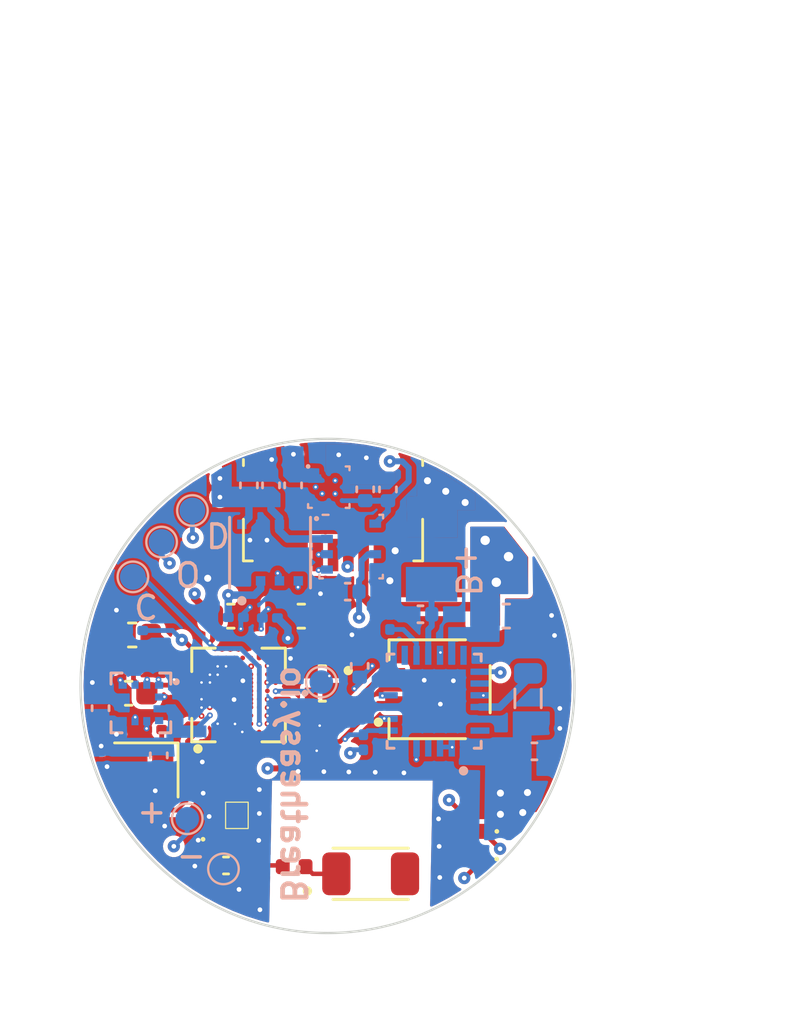
<source format=kicad_pcb>
(kicad_pcb (version 20221018) (generator pcbnew)
  (layers (0 "F.Cu" signal) (1 "In1.Cu" signal) (2 "In2.Cu" mixed) (3 "In3.Cu" signal) (4 "In4.Cu" signal) (31 "B.Cu" signal) (34 "B.Paste" user) (35 "F.Paste" user) (36 "B.SilkS" user "B.Silkscreen") (37 "F.SilkS" user "F.Silkscreen") (38 "B.Mask" user) (39 "F.Mask" user) (44 "Edge.Cuts" user))
  (net 0 "")
  (net 1 "GND")
  (net 2 "/RGB_LED")
  (net 3 "+3V0")
  (net 4 "/SDA")
  (net 5 "/SCL")
  (net 6 "Net-(C1-Pad1)")
  (net 7 "/BLE_ANT")
  (net 8 "VBUS")
  (net 9 "/VBAT")
  (net 10 "Net-(U3A-P0.09{slash}NFC1)")
  (net 11 "Net-(U3A-P0.10{slash}NFC2)")
  (net 12 "/DEC_4{slash}6")
  (net 13 "/DEC1")
  (net 14 "Net-(U3C-XC1)")
  (net 15 "Net-(U3C-XC2)")
  (net 16 "Net-(D2-K)")
  (net 17 "Net-(D3-K)")
  (net 18 "/D-")
  (net 19 "Net-(C6-Pad1)")
  (net 20 "Net-(D1-A2)")
  (net 21 "/ANT")
  (net 22 "/BLE_RF")
  (net 23 "Net-(L5-Pad1)")
  (net 24 "Net-(U3B-DCC)")
  (net 27 "/INT_BMM150")
  (net 28 "/DRDY_BMM150")
  (net 30 "/INT2_BMA400")
  (net 31 "/RESET")
  (net 36 "/SWO")
  (net 37 "/SWDIO")
  (net 42 "/INT1_BMA400")
  (net 45 "/SWDCLK")
  (net 48 "/MISO_BMA400")
  (net 61 "/SCK_BMA400")
  (net 62 "/CSB_BMA400")
  (net 69 "/MOSI_BMA400")
  (net 71 "Net-(U7-SW)")
  (net 72 "/DEC")
  (net 73 "Net-(U7-NTC)")
  (net 78 "/ISET")
  (net 79 "/npm1100_MODE")
  (footprint "LED_SMD:LED_0402_1005Metric" (layer "F.Cu") (at 126.239964 88.7046 180)
    (fp_text reference "D3" hide)
    (fp_text value "LED_Small")
  )
  (footprint "BMA400:SAFFB2G45MA0F0A" (layer "F.Cu") (at 118.826 86.8415 -90)
    (fp_text reference "FL1" hide)
    (fp_text value "SAFFB2G45MA0F0A")
  )
  (footprint "Capacitor_SMD:C_0201_0603Metric" (layer "F.Cu") (at 112.522 86.9442 -90)
    (fp_text reference "C20" hide)
    (fp_text value "8pF")
  )
  (footprint "Capacitor_SMD:C_0603_1608Metric" (layer "F.Cu") (at 111.6838 81.661 180)
    (fp_text reference "C13" hide)
    (fp_text value "1u")
  )
  (footprint "Capacitor_SMD:C_0603_1608Metric" (layer "F.Cu") (at 119.0244 78.3844)
    (fp_text reference "C15" hide)
    (fp_text value "4.7u")
  )
  (footprint "Capacitor_SMD:C_0402_1005Metric" (layer "F.Cu") (at 115.824 88.9786 180)
    (fp_text reference "C6" hide)
    (fp_text value "1p")
  )
  (footprint "BM02B-ACHSS-GAN-TF_LF__SN_:JST_BM02B-ACHSS-GAN-TF(LF)(SN)" (layer "F.Cu") (at 124.903064 81.4902 90)
    (fp_text reference "J1" hide)
    (fp_text value "BM02B-ACHSS-GAN-TF(LF)(SN)")
  )
  (footprint "Capacitor_SMD:C_0201_0603Metric" (layer "F.Cu") (at 118.5418 84.2264)
    (fp_text reference "C9" hide)
    (fp_text value "100n")
  )
  (footprint "Diode_SMD:D_0201_0603Metric" (layer "F.Cu") (at 115.7066 87.865)
    (fp_text reference "D1" hide)
    (fp_text value "BESDL0201-24")
  )
  (footprint "Connector_USB:USB_Micro-B_Molex_47346-0001" (layer "F.Cu") (at 120.3738 74.3266 180)
    (fp_text reference "J3" hide)
    (fp_text value "USB_B_Micro")
  )
  (footprint "Capacitor_SMD:C_0201_0603Metric" (layer "F.Cu") (at 119.761 79.9592)
    (fp_text reference "C3" hide)
    (fp_text value "100n")
  )
  (footprint "Capacitor_SMD:C_0201_0603Metric" (layer "F.Cu") (at 115.9256 85.1154)
    (fp_text reference "C1" hide)
    (fp_text value "1p")
  )
  (footprint "LED_SMD:LED_0402_1005Metric" (layer "F.Cu") (at 126.247464 87.5296 180)
    (fp_text reference "D2" hide)
    (fp_text value "LED_Small")
  )
  (footprint "Inductor_SMD:L_0603_1608Metric" (layer "F.Cu") (at 111.8362 79.1842 180)
    (fp_text reference "L6" hide)
    (fp_text value "10uH")
  )
  (footprint "BMA400:SL680555" (layer "F.Cu") (at 121.986 80.7466 -90)
    (fp_text reference "U1" hide)
    (fp_text value "SL6805")
  )
  (footprint "Capacitor_SMD:C_0201_0603Metric" (layer "F.Cu") (at 118.8466 83.1088 -90)
    (fp_text reference "C12" hide)
    (fp_text value "100n")
  )
  (footprint "2450AT18A100E:ANTC3216X140N" (layer "F.Cu") (at 121.9739 89.3342)
    (fp_text reference "AE1" hide)
    (fp_text value "2450AT18A100E")
  )
  (footprint "Capacitor_SMD:C_0201_0603Metric" (layer "F.Cu") (at 113.5634 81.6356 -90)
    (fp_text reference "C11" hide)
    (fp_text value "47n")
  )
  (footprint "NRF52840-CKAA-R7:BGA94N35P10X10_360X354X51N" (layer "F.Cu") (at 116.3572 81.7344 90)
    (fp_text reference "U3" hide)
    (fp_text value "NRF52840-CKAA-R7")
  )
  (footprint "Inductor_SMD:L_0201_0603Metric" (layer "F.Cu") (at 115.9098 84.3598)
    (fp_text reference "L1" hide)
    (fp_text value "3.9nH")
  )
  (footprint "Capacitor_SMD:C_0201_0603Metric" (layer "F.Cu") (at 112.769964 83.2046 180)
    (fp_text reference "C21" hide)
    (fp_text value "8pF")
  )
  (footprint "Inductor_SMD:L_0201_0603Metric" (layer "F.Cu") (at 115.859 85.833 180)
    (fp_text reference "L2" hide)
    (fp_text value "4.7nH")
  )
  (footprint "Inductor_SMD:L_0402_1005Metric" (layer "F.Cu") (at 117.2464 89.4612 90)
    (fp_text reference "L3" hide)
    (fp_text value "2.7nH")
  )
  (footprint "Crystal:Crystal_SMD_2016-4Pin_2.0x1.6mm" (layer "F.Cu") (at 112.4346 84.921 180)
    (fp_text reference "Y1" hide)
    (fp_text value "X201632MKB4SI")
  )
  (footprint "Inductor_SMD:L_0402_1005Metric" (layer "F.Cu") (at 111.4044 80.4034)
    (fp_text reference "L5" hide)
    (fp_text value "15nH")
  )
  (footprint "Capacitor_SMD:C_0603_1608Metric" (layer "F.Cu") (at 116.0272 78.3844)
    (fp_text reference "C7" hide)
    (fp_text value "1.0uF")
  )
  (footprint "Inductor_SMD:L_0402_1005Metric" (layer "F.Cu") (at 118.7196 89.0294 180)
    (fp_text reference "L4" hide)
    (fp_text value "3.9nH")
  )
  (footprint "BMA400:XDCR_BMA400" (layer "B.Cu") (at 112.2042 82.0714 180)
    (fp_text reference "U4" hide)
    (fp_text value "BMA400")
  )
  (footprint "NPM1100-QDAB-R7:QFN50P400X400X90-25N" (layer "B.Cu") (at 124.6712 81.997 90)
    (fp_text reference "U7" hide)
    (fp_text value "NPM1100-QDAB-R7")
  )
  (footprint "Resistor_SMD:R_0201_0603Metric" (layer "B.Cu") (at 116.241 78.4352)
    (fp_text reference "R1" hide)
    (fp_text value "4.7K")
  )
  (footprint "Capacitor_SMD:C_0402_1005Metric" (layer "B.Cu") (at 121.7422 72.997 90)
    (fp_text reference "C5" hide)
    (fp_text value "100n")
  )
  (footprint "Resistor_SMD:R_0201_0603Metric" (layer "B.Cu") (at 122.789964 78.6296 90)
    (fp_text reference "R4" hide)
    (fp_text value "10k")
  )
  (footprint "brilliant-kicad-library:TestPoint_Pad_D0.9mm" (layer "B.Cu") (at 113.084964 75.2346)
    (fp_text reference "Gnd" hide)
    (fp_text value "Gnd")
  )
  (footprint "Capacitor_SMD:C_0402_1005Metric" (layer "B.Cu") (at 124.089964 78.3046 180)
    (fp_text reference "C25" hide)
    (fp_text value "1uF")
  )
  (footprint "Inductor_SMD:L_0805_2012Metric" (layer "B.Cu") (at 128.664964 81.8796 90)
    (fp_text reference "L7" hide)
    (fp_text value "2.2uH")
  )
  (footprint "Resistor_SMD:R_0201_0603Metric" (layer "B.Cu") (at 121.666 83.7438 -90)
    (fp_text reference "R3" hide)
    (fp_text value "10k")
  )
  (footprint "BME688:IC_BME688" (layer "B.Cu") (at 117.694964 75.6846 -90)
    (fp_text reference "U6" hide)
    (fp_text value "BME688")
  )
  (footprint "Capacitor_SMD:C_0402_1005Metric" (layer "B.Cu") (at 110.49 82.296 90)
    (fp_text reference "C8" hide)
    (fp_text value "100n")
  )
  (footprint "Capacitor_SMD:C_0402_1005Metric" (layer "B.Cu") (at 116.7964 72.8264 90)
    (fp_text reference "C19" hide)
    (fp_text value "100n")
  )
  (footprint "brilliant-kicad-library:TestPoint_Pad_D0.9mm" (layer "B.Cu") (at 119.874964 81.1846)
    (fp_text reference "3V0" hide)
    (fp_text value "3V0")
  )
  (footprint "brilliant-kicad-library:TestPoint_Pad_D0.9mm" (layer "B.Cu") (at 115.714964 89.1246)
    (fp_text reference "Gnd" hide)
    (fp_text value "Gnd")
  )
  (footprint "brilliant-kicad-library:TestPoint_Pad_D0.9mm" (layer "B.Cu") (at 111.864964 76.7146)
    (fp_text reference "Gnd" hide)
    (fp_text value "Gnd")
  )
  (footprint "Capacitor_SMD:C_0402_1005Metric" (layer "B.Cu") (at 121.507364 80.497 90)
    (fp_text reference "C23" hide)
    (fp_text value "22uF")
  )
  (footprint "Package_CSP:WLCSP-12_1.56x1.56mm_P0.4mm" (layer "B.Cu") (at 120.1928 72.9026 -90)
    (fp_text reference "U2" hide)
    (fp_text value "BMM150")
  )
  (footprint "brilliant-kicad-library:TestPoint_Pad_D0.9mm" (layer "B.Cu") (at 114.174964 86.9946)
    (fp_text reference "3V0" hide)
    (fp_text value "3V0")
  )
  (footprint "Capacitor_SMD:C_0402_1005Metric" (layer "B.Cu") (at 117.7362 72.8264 90)
    (fp_text reference "C16" hide)
    (fp_text value "100n")
  )
  (footprint "Capacitor_SMD:C_0402_1005Metric" (layer "B.Cu") (at 128.934964 84.1296)
    (fp_text reference "C26" hide)
    (fp_text value "10uF")
  )
  (footprint "Capacitor_SMD:C_0402_1005Metric" (layer "B.Cu") (at 120.999364 77.343 180)
    (fp_text reference "C18" hide)
    (fp_text value "100n")
  )
  (footprint "Capacitor_SMD:C_0201_0603Metric" (layer "B.Cu") (at 114.681 83.627 -90)
    (fp_text reference "C14" hide)
    (fp_text value "100n")
  )
  (footprint "Package_LGA:Bosch_LGA-8_2.5x2.5mm_P0.65mm_ClockwisePinNumbering" (layer "B.Cu") (at 121.1416 75.4282 -90)
    (fp_text reference "U5" hide)
    (fp_text value "BME280")
  )
  (footprint "Capacitor_SMD:C_0201_0603Metric" (layer "B.Cu") (at 111.9632 78.994 180)
    (fp_text reference "C22" hide)
    (fp_text value "100nF")
  )
  (footprint "Capacitor_SMD:C_0603_1608Metric" (layer "B.Cu") (at 127.739964 78.3796)
    (fp_text reference "C24" hide)
    (fp_text value "2.2uF")
  )
  (footprint "Capacitor_SMD:C_0402_1005Metric" (layer "B.Cu") (at 118.676 72.8264 -90)
    (fp_text reference "C4" hide)
    (fp_text value "100n")
  )
  (footprint "brilliant-kicad-library:TestPoint_Pad_D0.9mm" (layer "B.Cu") (at 114.394964 73.8946)
    (fp_text reference "Gnd" hide)
    (fp_text value "Gnd")
  )
  (footprint "Connector_PinSocket_2.54mm:PinSocket_2x01_P2.54mm_Vertical_SMD" (layer "B.Cu") (at 124.739964 75.5296 -90)
    (fp_text reference "BT1" hide)
    (fp_text value "Battery_Cell")
  )
  (footprint "Capacitor_SMD:C_0402_1005Metric" (layer "B.Cu") (at 122.7074 72.9996 90)
    (fp_text reference "C17" hide)
    (fp_text value "100n")
  )
  (footprint "Capacitor_SMD:C_0402_1005Metric" (layer "B.Cu") (at 112.964964 84.2996 -90)
    (fp_text reference "C10" hide)
    (fp_text value "100n")
  )
  (footprint "Resistor_SMD:R_0201_0603Metric" (layer "B.Cu") (at 117.6888 78.4606 180)
    (fp_text reference "R2" hide)
    (fp_text value "4.7K")
  )
  (gr_circle (center 120.14 81.35) (end 130.64 81.35) (stroke (width 0.1)) (fill none) (layer "Edge.Cuts"))
  (gr_text "D" (at 114.884964 75.5946) (layer "B.SilkS") (effects (font (size 1 1)) (justify left bottom)))
  (gr_text "C" (at 111.824964 78.6246) (layer "B.SilkS") (effects (font (size 1 1)) (justify left bottom)))
  (gr_text "+" (at 113.384964 87.2546) (layer "B.SilkS") (effects (font (size 1 1)) (justify left bottom mirror)))
  (gr_text "O" (at 113.584964 77.2446) (layer "B.SilkS") (effects (font (size 1 1)) (justify left bottom)))
  (gr_text "-" (at 115.064964 89.1246) (layer "B.SilkS") (effects (font (size 1 1)) (justify left bottom mirror)))
  (gr_text "Breatheasy.io" (at 118.094964 90.6946 -90) (layer "B.SilkS") (effects (font (size 1 1) (thickness 0.2) bold) (justify left bottom mirror)))
  (gr_text "B+" (at 125.524964 77.6346 -90) (layer "B.SilkS") (effects (font (size 1 1)) (justify left bottom mirror)))
  (segment (start 116.426964 89.9462) (end 116.376564 89.9966) (width 0.2032) (layer "F.Cu") (net 1))
  (segment (start 116.489964 76.5796) (end 116.8022 76.891836) (width 0.2032) (layer "F.Cu") (net 1))
  (segment (start 118.8238 73.1266) (end 116.9988 73.1266) (width 0.4) (layer "F.Cu") (net 1))
  (segment (start 117.161964 86.849) (end 117.240164 86.7708) (width 0.1524) (layer "F.Cu") (net 1))
  (segment (start 115.044964 76.7746) (end 115.239964 76.5796) (width 0.2032) (layer "F.Cu") (net 1))
  (segment (start 111.7346 84.209964) (end 112.449964 83.4946) (width 0.2032) (layer "F.Cu") (net 1))
  (segment (start 116.600764 85.1154) (end 117.239964 85.7546) (width 0.18923) (layer "F.Cu") (net 1))
  (segment (start 120.396 81.6966) (end 120.562964 81.6966) (width 0.2032) (layer "F.Cu") (net 1))
  (segment (start 110.596364 81.661) (end 110.139964 81.2046) (width 0.2032) (layer "F.Cu") (net 1))
  (segment (start 129.528564 79.7402) (end 129.789964 79.4788) (width 0.4) (layer "F.Cu") (net 1))
  (segment (start 121.5238 73.1266) (end 121.5238 72.438436) (width 0.4) (layer "F.Cu") (net 1))
  (segment (start 123.7488 73.1266) (end 125.117964 73.1266) (width 0.254) (layer "F.Cu") (net 1))
  (segment (start 115.8322 83.011164) (end 115.8322 82.6094) (width 0.1524) (layer "F.Cu") (net 1))
  (segment (start 125.117964 73.1266) (end 125.164964 73.0796) (width 0.254) (layer "F.Cu") (net 1))
  (segment (start 111.7346 84.371) (end 111.173564 84.371) (width 0.2032) (layer "F.Cu") (net 1))
  (segment (start 119.7994 77.470164) (end 119.839964 77.4296) (width 0.2032) (layer "F.Cu") (net 1))
  (segment (start 118.544764 80.1594) (end 118.564964 80.1796) (width 0.1524) (layer "F.Cu") (net 1))
  (segment (start 119.7994 78.3844) (end 119.7994 77.470164) (width 0.2032) (layer "F.Cu") (net 1))
  (segment (start 111.7346 84.371) (end 111.7346 84.209964) (width 0.2032) (layer "F.Cu") (net 1))
  (segment (start 118.8466 84.2112) (end 118.8618 84.2264) (width 0.2032) (layer "F.Cu") (net 1))
  (segment (start 117.386964 75.7016) (end 116.839964 75.1546) (width 0.4) (layer "F.Cu") (net 1))
  (segment (start 117.8863 75.7016) (end 117.386964 75.7016) (width 0.4) (layer "F.Cu") (net 1))
  (segment (start 115.8322 80.8594) (end 115.8322 82.2594) (width 0.1524) (layer "F.Cu") (net 1))
  (segment (start 126.790564 79.7402) (end 129.528564 79.7402) (width 0.4) (layer "F.Cu") (net 1))
  (segment (start 115.239964 76.5796) (end 116.489964 76.5796) (width 0.2032) (layer "F.Cu") (net 1))
  (segment (start 116.8822 80.8594) (end 115.8322 80.8594) (width 0.1524) (layer "F.Cu") (net 1))
  (segment (start 115.3866 87.865) (end 114.679564 87.865) (width 0.18923) (layer "F.Cu") (net 1))
  (segment (start 116.2456 85.1154) (end 116.600764 85.1154) (width 0.18923) (layer "F.Cu") (net 1))
  (segment (start 118.8618 84.2264) (end 118.8618 84.951436) (width 0.2032) (layer "F.Cu") (net 1))
  (segment (start 119.0738 75.7866) (end 117.9713 75.7866) (width 0.4) (layer "F.Cu") (net 1))
  (segment (start 115.155364 86.849) (end 115.106564 86.8978) (width 0.1524) (layer "F.Cu") (net 1))
  (segment (start 116.9988 72.495764) (end 117.764964 71.7296) (width 0.4) (layer "F.Cu") (net 1))
  (segment (start 111.173564 84.371) (end 110.764964 84.7796) (width 0.2032) (layer "F.Cu") (net 1))
  (segment (start 113.5634 81.9556) (end 113.513964 81.9556) (width 0.219413) (layer "F.Cu") (net 1))
  (segment (start 120.793364 79.1762) (end 120.081 79.888564) (width 0.2032) (layer "F.Cu") (net 1))
  (segment (start 126.790564 83.2402) (end 126.790564 79.7402) (width 0.4) (layer "F.Cu") (net 1))
  (segment (start 116.9988 73.1266) (end 116.9988 72.495764) (width 0.4) (layer "F.Cu") (net 1))
  (segment (start 123.7488 73.1266) (end 123.892964 73.1266) (width 0.254) (layer "F.Cu") (net 1))
  (segment (start 121.354964 80.9046) (end 121.354964 79.354) (width 0.2032) (layer "F.Cu") (net 1))
  (segment (start 121.354964 79.354) (end 121.177164 79.1762) (width 0.2032) (layer "F.Cu") (net 1))
  (segment (start 113.174564 87.2642) (end 113.239964 87.3296) (width 0.2032) (layer "F.Cu") (net 1))
  (segment (start 115.4822 83.3094) (end 115.533964 83.3094) (width 0.1524) (layer "F.Cu") (net 1))
  (segment (start 112.522 87.2642) (end 113.174564 87.2642) (width 0.2032) (layer "F.Cu") (net 1))
  (segment (start 115.8322 82.6094) (end 115.8322 82.2594) (width 0.1524) (layer "F.Cu") (net 1))
  (segment (start 123.892964 73.1266) (end 124.389964 72.6296) (width 0.254) (layer "F.Cu") (net 1))
  (segment (start 120.562964 81.6966) (end 121.354964 80.9046) (width 0.2032) (layer "F.Cu") (net 1))
  (segment (start 112.449964 83.0196) (end 112.449964 83.2046) (width 0.219413) (layer "F.Cu") (net 1))
  (segment (start 115.4822 82.2594) (end 115.8322 82.2594) (width 0.1524) (layer "F.Cu") (net 1))
  (segment (start 116.586 86.849) (end 117.161964 86.849) (width 0.18923) (layer "F.Cu") (net 1))
  (segment (start 118.8618 84.951436) (end 118.889964 84.9796) (width 0.2032) (layer "F.Cu") (net 1))
  (segment (start 117.2464 89.9462) (end 116.426964 89.9462) (width 0.2032) (layer "F.Cu") (net 1))
  (segment (start 117.9322 80.1594) (end 118.544764 80.1594) (width 0.1524) (layer "F.Cu") (net 1))
  (segment (start 112.449964 83.4946) (end 112.449964 83.2046) (width 0.2032) (layer "F.Cu") (net 1))
  (segment (start 113.513964 81.9556) (end 112.449964 83.0196) (width 0.219413) (layer "F.Cu") (net 1))
  (segment (start 120.081 79.888564) (end 120.081 79.9592) (width 0.2032) (layer "F.Cu") (net 1))
  (segment (start 115.986 86.849) (end 115.155364 86.849) (width 0.18923) (layer "F.Cu") (net 1))
  (segment (start 113.1346 85.484964) (end 112.814964 85.8046) (width 0.2032) (layer "F.Cu") (net 1))
  (segment (start 110.9088 81.661) (end 110.596364 81.661) (width 0.2032) (layer "F.Cu") (net 1))
  (segment (start 116.8822 82.2594) (end 116.8822 80.8594) (width 0.1524) (layer "F.Cu") (net 1))
  (segment (start 114.679564 87.865) (end 114.639964 87.9046) (width 0.2032) (layer "F.Cu") (net 1))
  (segment (start 121.177164 79.1762) (end 120.793364 79.1762) (width 0.2032) (layer "F.Cu") (net 1))
  (segment (start 118.8466 83.4288) (end 118.8466 84.2112) (width 0.2032) (layer "F.Cu") (net 1))
  (segment (start 129.789964 79.4788) (end 129.789964 79.2046) (width 0.4) (layer "F.Cu") (net 1))
  (segment (start 117.9713 75.7866) (end 117.8863 75.7016) (width 0.4) (layer "F.Cu") (net 1))
  (segment (start 116.586 87.249) (end 116.586 86.849) (width 0.18923) (layer "F.Cu") (net 1))
  (segment (start 121.5238 72.438436) (end 120.614964 71.5296) (width 0.4) (layer "F.Cu") (net 1))
  (segment (start 116.8022 76.891836) (end 116.8022 78.3844) (width 0.2032) (layer "F.Cu") (net 1))
  (segment (start 113.1346 85.471) (end 113.1346 85.484964) (width 0.2032) (layer "F.Cu") (net 1))
  (segment (start 115.8322 82.2594) (end 116.8822 82.2594) (width 0.1524) (layer "F.Cu") (net 1))
  (segment (start 121.5238 73.1266) (end 121.5238 71.920764) (width 0.4) (layer "F.Cu") (net 1))
  (segment (start 121.5238 71.920764) (end 121.789964 71.6546) (width 0.4) (layer "F.Cu") (net 1))
  (segment (start 115.533964 83.3094) (end 115.8322 83.011164) (width 0.1524) (layer "F.Cu") (net 1))
  (via (at 117.564964 75.1546) (size 0.52) (drill 0.2) (layers "F.Cu" "B.Cu") (net 1))
  (via (at 124.860164 86.9994) (size 0.52) (drill 0.2) (layers "F.Cu" "B.Cu") (net 1))
  (via (at 114.639964 87.9046) (size 0.52) (drill 0.2) (layers "F.Cu" "B.Cu") (net 1))
  (via (at 122.167764 85.0182) (size 0.52) (drill 0.2) (layers "F.Cu" "B.Cu") (net 1))
  (via (at 124.936364 82.1226) (size 0.52) (drill 0.2) (layers "F.Cu" "B.Cu") (net 1))
  (via (at 115.044964 76.7746) (size 0.6) (drill 0.3) (layers "F.Cu" "B.Cu") (net 1))
  (via (at 124.885564 88.1678) (size 0.52) (drill 0.2) (layers "F.Cu" "B.Cu") (net 1))
  (via (at 124.389964 72.6296) (size 0.6) (drill 0.3) (layers "F.Cu" "B.Cu") (net 1))
  (via (at 125.989964 73.5546) (size 0.6) (drill 0.3) (layers "F.Cu" "B.Cu") (net 1))
  (via blind (at 115.139964 81.2046) (size 0.25) (drill 0.11) (layers "F.Cu" "In1.Cu") (net 1))
  (via (at 114.496964 89.006) (size 0.52) (drill 0.2) (layers "F.Cu" "B.Cu") (net 1))
  (via (at 118.564964 80.1796) (size 0.52) (drill 0.2) (layers "F.Cu" "B.Cu") (net 1))
  (via (at 130.014964 82.3046) (size 0.52) (drill 0.2) (layers "F.Cu" "B.Cu") (net 1))
  (via (at 110.139964 81.2046) (size 0.52) (drill 0.2) (layers "F.Cu" "B.Cu") (net 1))
  (via (at 123.014964 75.6046) (size 0.6) (drill 0.3) (layers "F.Cu" "B.Cu") (net 1))
  (via (at 117.239964 85.7546) (size 0.52) (drill 0.2) (layers "F.Cu" "B.Cu") (net 1))
  (via (at 129.664964 78.3546) (size 0.52) (drill 0.2) (layers "F.Cu" "B.Cu") (net 1))
  (via (at 124.250564 81.1066) (size 0.52) (drill 0.2) (layers "F.Cu" "B.Cu") (net 1))
  (via (at 130.014964 83.1546) (size 0.52) (drill 0.2) (layers "F.Cu" "B.Cu") (net 1))
  (via (at 114.814964 84.5796) (size 0.52) (drill 0.2) (layers "F.Cu" "B.Cu") (net 1))
  (via (at 121.044964 85.0046) (size 0.52) (drill 0.2) (layers "F.Cu" "B.Cu") (net 1))
  (via (at 121.177164 79.1762) (size 0.52) (drill 0.2) (layers "F.Cu" "B.Cu") (net 1))
  (via (at 122.789964 76.8796) (size 0.6) (drill 0.3) (layers "F.Cu" "B.Cu") (net 1))
  (via (at 116.539964 81.1296) (size 0.52) (drill 0.2) (layers "F.Cu" "B.Cu") (net 1))
  (via (at 121.789964 71.6546) (size 0.52) (drill 0.2) (layers "F.Cu" "B.Cu") (net 1))
  (via (at 116.839964 75.1546) (size 0.52) (drill 0.2) (layers "F.Cu" "B.Cu") (net 1))
  (via (at 119.839964 77.4296) (size 0.52) (drill 0.2) (layers "F.Cu" "B.Cu") (net 1))
  (via (at 117.214764 87.9138) (size 0.52) (drill 0.2) (layers "F.Cu" "B.Cu") (net 1))
  (via (at 124.910964 89.4886) (size 0.52) (drill 0.2) (layers "F.Cu" "B.Cu") (net 1))
  (via (at 125.489964 81.1296) (size 0.52) (drill 0.2) (layers "F.Cu" "B.Cu") (net 1))
  (via (at 125.164964 73.0796) (size 0.6) (drill 0.3) (layers "F.Cu" "B.Cu") (net 1))
  (via (at 111.164964 78.1296) (size 0.52) (drill 0.2) (layers "F.Cu" "B.Cu") (net 1))
  (via (at 115.106564 86.8978) (size 0.52) (drill 0.2) (layers "F.Cu" "B.Cu") (net 1))
  (via (at 110.764964 84.7796) (size 0.52) (drill 0.2) (layers "F.Cu" "B.Cu") (net 1))
  (via (at 114.852564 85.9072) (size 0.52) (drill 0.2) (layers "F.Cu" "B.Cu") (net 1))
  (via (at 112.814964 85.8046) (size 0.52) (drill 0.2) (layers "F.Cu" "B.Cu") (net 1))
  (via (at 116.164964 81.9296) (size 0.52) (drill 0.2) (layers "F.Cu" "B.Cu") (net 1))
  (via (at 117.240164 86.7708) (size 0.52) (drill 0.2) (layers "F.Cu" "B.Cu") (net 1))
  (via (at 113.214964 87.3046) (size 0.52) (drill 0.2) (layers "F.Cu" "B.Cu") (net 1))
  (via (at 116.376564 89.9966) (size 0.52) (drill 0.2) (layers "F.Cu" "B.Cu") (net 1))
  (via (at 119.983364 84.9928) (size 0.52) (drill 0.2) (layers "F.Cu" "B.Cu") (net 1))
  (via (at 120.614964 71.5296) (size 0.52) (drill 0.2) (layers "F.Cu" "B.Cu") (net 1))
  (via (at 118.889964 84.9796) (size 0.52) (drill 0.2) (layers "F.Cu" "B.Cu") (net 1))
  (via blind (at 117.595764 80.497) (size 0.25) (drill 0.11) (layers "F.Cu" "In1.Cu") (net 1))
  (via (at 117.764964 71.7296) (size 0.52) (drill 0.2) (layers "F.Cu" "B.Cu") (net 1))
  (via (at 117.265564 90.8602) (size 0.52) (drill 0.2) (layers "F.Cu" "B.Cu") (net 1))
  (via (at 123.386964 85.0436) (size 0.52) (drill 0.2) (layers "F.Cu" "B.Cu") (net 1))
  (via (at 129.789964 79.2046) (size 0.52) (drill 0.2) (layers "F.Cu" "B.Cu") (net 1))
  (segment (start 129.664964 78.3546) (end 128.539964 78.3546) (width 0.4) (layer "B.Cu") (net 1))
  (segment (start 123.609964 78.3046) (end 122.794964 78.3046) (width 0.254) (layer "B.Cu") (net 1))
  (segment (start 112.964964 85.6546) (end 112.814964 85.8046) (width 0.2032) (layer "B.Cu") (net 1))
  (segment (start 123.437764 83.963564) (end 123.4212 83.947) (width 0.2032) (layer "B.Cu") (net 1))
  (segment (start 123.4212 83.947) (end 123.4212 83.247) (width 0.2032) (layer "B.Cu") (net 1))
  (segment (start 123.386964 83.981236) (end 123.386964 85.0436) (width 0.2032) (layer "B.Cu") (net 1))
  (segment (start 123.4212 80.747) (end 124.6712 81.997) (width 0.2032) (layer "B.Cu") (net 1))
  (segment (start 122.1666 75.1032) (end 122.869964 75.1032) (width 0.2032) (layer "B.Cu") (net 1))
  (segment (start 124.4212 82.247) (end 124.6712 81.997) (width 0.2032) (layer "B.Cu") (net 1))
  (segment (start 118.676 73.2862) (end 117.7362 72.3464) (width 0.2032) (layer "B.Cu") (net 1))
  (segment (start 123.9212 81.247) (end 124.6712 81.997) (width 0.2032) (layer "B.Cu") (net 1))
  (segment (start 110.4954 81.8214) (end 110.49 81.816) (width 0.2032) (layer "B.Cu") (net 1))
  (segment (start 114.681 84.445636) (end 114.814964 84.5796) (width 0.2032) (layer "B.Cu") (net 1))
  (segment (start 128.539964 78.3546) (end 128.514964 78.3796) (width 0.4) (layer "B.Cu") (net 1))
  (segment (start 122.869964 75.1032) (end 123.014964 75.2482) (width 0.2032) (layer "B.Cu") (net 1))
  (segment (start 118.8382 73.4686) (end 118.676 73.3064) (width 0.2032) (layer "B.Cu") (net 1))
  (segment (start 111.4292 81.8214) (end 110.4954 81.8214) (width 0.2032) (layer "B.Cu") (net 1))
  (segment (start 122.7212 81.247) (end 123.9212 81.247) (width 0.2032) (layer "B.Cu") (net 1))
  (segment (start 115.596364 89.006) (end 115.714964 89.1246) (width 0.2032) (layer "B.Cu") (net 1))
  (segment (start 130.014964 83.5296) (end 130.014964 83.1546) (width 0.4) (layer "B.Cu") (net 1))
  (segment (start 122.794964 78.3046) (end 122.789964 78.3096) (width 0.254) (layer "B.Cu") (net 1))
  (segment (start 121.507364 79.5064) (end 121.177164 79.1762) (width 0.2032) (layer "B.Cu") (net 1))
  (segment (start 114.496964 89.006) (end 115.596364 89.006) (width 0.2032) (layer "B.Cu") (net 1))
  (segment (start 121.507364 80.017) (end 121.507364 79.5064) (width 0.2032) (layer "B.Cu") (net 1))
  (segment (start 110.251364 81.816) (end 110.139964 81.7046) (width 0.2032) (layer "B.Cu") (net 1))
  (segment (start 120.519364 77.343) (end 119.926564 77.343) (width 0.2032) (layer "B.Cu") (net 1))
  (segment (start 116.384964 76.7746) (end 116.494964 76.8846) (width 0.2032) (layer "B.Cu") (net 1))
  (segment (start 123.4212 83.247) (end 124.6712 81.997) (width 0.2032) (layer "B.Cu") (net 1))
  (segment (start 122.313564 76.4032) (end 122.1666 76.4032) (width 0.254) (layer "B.Cu") (net 1))
  (segment (start 119.857164 74.4846) (end 118.894964 74.4846) (width 0.2032) (layer "B.Cu") (net 1))
  (segment (start 126.6212 82.747) (end 125.4212 82.747) (width 0.2032) (layer "B.Cu") (net 1))
  (segment (start 117.294964 74.8846) (end 117.564964 75.1546) (width 0.2032) (layer "B.Cu") (net 1))
  (segment (start 119.926564 77.343) (end 119.839964 77.4296) (width 0.2032) (layer "B.Cu") (net 1))
  (segment (start 122.7212 80.747) (end 123.4212 80.747) (width 0.2032) (layer "B.Cu") (net 1))
  (segment (start 111.379364 78.994) (end 111.164964 78.7796) (width 0.2032) (layer "B.Cu") (net 1))
  (segment (start 111.4292 82.3214) (end 111.4292 81.8214) (width 0.2032) (layer "B.Cu") (net 1))
  (segment (start 111.164964 78.7796) (end 111.164964 78.1296) (width 0.2032) (layer "B.Cu") (net 1))
  (segment (start 122.7212 82.247) (end 124.4212 82.247) (width 0.2032) (layer "B.Cu") (net 1))
  (segment (start 118.894964 73.525364) (end 118.676 73.3064) (width 0.2032) (layer "B.Cu") (net 1))
  (segment (start 129.789964 78.4796) (end 129.664964 78.3546) (width 0.4) (layer "B.Cu") (net 1))
  (segment (start 117.294964 74.4846) (end 117.294964 74.8846) (width 0.2032) (layer "B.Cu") (net 1))
  (segment (start 120.1928 74.377) (end 120.1166 74.4532) (width 0.2032) (layer "B.Cu") (net 1))
  (segment (start 119.888564 74.4532) (end 119.857164 74.4846) (width 0.2032) (layer "B.Cu") (net 1))
  (segment (start 130.014964 82.3046) (end 130.014964 83.1546) (width 0.4) (layer "B.Cu") (net 1))
  (segment (start 119.6268 73.4686) (end 118.8382 73.4686) (width 0.2032) (layer "B.Cu") (net 1))
  (segment (start 117.7362 72.3464) (end 117.7362 71.758364) (width 0.2032) (layer "B.Cu") (net 1))
  (segment (start 129.414964 84.1296) (end 130.014964 83.5296) (width 0.4) (layer "B.Cu") (net 1))
  (segment (start 115.044964 76.7746) (end 116.384964 76.7746) (width 0.2032) (layer "B.Cu") (net 1))
  (segment (start 118.676 73.3064) (end 118.676 73.2862) (width 0.2032) (layer "B.Cu") (net 1))
  (segment (start 110.139964 81.7046) (end 110.139964 81.2046) (width 0.2032) (layer "B.Cu") (net 1))
  (segment (start 122.789964 76.8796) (end 122.789964 78.3096) (width 0.254) (layer "B.Cu") (net 1))
  (segment (start 122.789964 76.8796) (end 122.313564 76.4032) (width 0.254) (layer "B.Cu") (net 1))
  (segment (start 129.789964 79.2046) (end 129.789964 78.4796) (width 0.4) (layer "B.Cu") (net 1))
  (segment (start 125.4212 82.747) (end 124.6712 81.997) (width 0.2032) (layer "B.Cu") (net 1))
  (segment (start 117.7362 71.758364) (end 117.764964 71.7296) (width 0.2032) (layer "B.Cu") (net 1))
  (segment (start 123.4212 83.947) (end 123.386964 83.981236) (width 0.2032) (layer "B.Cu") (net 1))
  (segment (start 123.014964 75.2482) (end 123.014964 75.6046) (width 0.2032) (layer "B.Cu") (net 1))
  (segment (start 118.894964 74.4846) (end 118.894964 73.525364) (width 0.2032) (layer "B.Cu") (net 1))
  (segment (start 116.7964 72.3464) (end 117.7362 72.3464) (width 0.2032) (layer "B.Cu") (net 1))
  (segment (start 110.49 81.816) (end 110.251364 81.816) (width 0.2032) (layer "B.Cu") (net 1))
  (segment (start 114.681 83.947) (end 114.681 84.445636) (width 0.2032) (layer "B.Cu") (net 1))
  (segment (start 120.1928 73.4686) (end 120.1928 74.377) (width 0.2032) (layer "B.Cu") (net 1))
  (segment (start 120.1166 74.4532) (end 119.888564 74.4532) (width 0.2032) (layer "B.Cu") (net 1))
  (segment (start 116.839964 75.1546) (end 117.564964 75.1546) (width 0.2032) (layer "B.Cu") (net 1))
  (segment (start 112.964964 84.7796) (end 112.964964 85.6546) (width 0.2032) (layer "B.Cu") (net 1))
  (segment (start 111.6432 78.994) (end 111.379364 78.994) (width 0.2032) (layer "B.Cu") (net 1))
  (via blind (at 117.5766 81.2038) (size 0.25) (drill 0.11) (layers "F.Cu" "In1.Cu") (net 2))
  (via blind (at 120.2182 80.9244) (size 0.25) (drill 0.11) (layers "F.Cu" "In1.Cu") (net 2))
  (segment (start 115.1382 79.502) (end 115.2522 79.388) (width 0.2032) (layer "F.Cu") (net 3))
  (segment (start 118.0084 79.4512) (end 118.0084 78.6254) (width 0.2032) (layer "F.Cu") (net 3))
  (segment (start 118.161564 83.3094) (end 118.682164 82.7888) (width 0.2032) (layer "F.Cu") (net 3))
  (segment (start 118.4854 81.9094) (end 118.872 82.296) (width 0.2032) (layer "F.Cu") (net 3))
  (segment (start 119.441 79.9592) (end 119.441 80.7416) (width 0.2032) (layer "F.Cu") (net 3))
  (segment (start 117.2322 80.1594) (end 117.2322 79.6686) (width 0.2032) (layer "F.Cu") (net 3))
  (segment (start 117.9322 83.596836) (end 118.2218 83.886436) (width 0.2032) (layer "F.Cu") (net 3))
  (segment (start 118.0084 78.6254) (end 118.2494 78.3844) (width 0.2032) (layer "F.Cu") (net 3))
  (segment (start 117.2322 79.6686) (end 117.4496 79.4512) (width 0.2032) (layer "F.Cu") (net 3))
  (segment (start 118.064964 84.8546) (end 118.2218 84.697764) (width 0.254) (layer "F.Cu") (net 3))
  (segment (start 115.2522 79.388) (end 115.2522 78.3844) (width 0.2032) (layer "F.Cu") (net 3))
  (segment (start 114.489964 77.622164) (end 115.2522 78.3844) (width 0.32) (layer "F.Cu") (net 3))
  (segment (start 114.489964 77.4296) (end 114.489964 77.622164) (width 0.32) (layer "F.Cu") (net 3))
  (segment (start 118.682164 82.7888) (end 118.8466 82.7888) (width 0.2032) (layer "F.Cu") (net 3))
  (segment (start 119.441 80.7416) (end 119.446 80.7466) (width 0.2032) (layer "F.Cu") (net 3))
  (segment (start 118.2218 83.886436) (end 118.2218 84.2264) (width 0.2032) (layer "F.Cu") (net 3))
  (segment (start 117.5822 80.1594) (end 117.5822 79.7504) (width 0.2032) (layer "F.Cu") (net 3))
  (segment (start 117.9322 83.3094) (end 117.9322 83.596836) (width 0.2032) (layer "F.Cu") (net 3))
  (segment (start 117.9322 81.9094) (end 118.4854 81.9094) (width 0.2032) (layer "F.Cu") (net 3))
  (segment (start 117.8814 79.4512) (end 118.0084 79.4512) (width 0.2032) (layer "F.Cu") (net 3))
  (segment (start 117.589964 84.8546) (end 118.064964 84.8546) (width 0.254) (layer "F.Cu") (net 3))
  (segment (start 117.5822 79.7504) (end 117.8814 79.4512) (width 0.2032) (layer "F.Cu") (net 3))
  (segment (start 118.2218 84.697764) (end 118.2218 84.2264) (width 0.254) (layer "F.Cu") (net 3))
  (segment (start 117.9322 83.3094) (end 118.161564 83.3094) (width 0.2032) (layer "F.Cu") (net 3))
  (segment (start 117.4496 79.4512) (end 118.0084 79.4512) (width 0.2032) (layer "F.Cu") (net 3))
  (segment (start 118.872 82.296) (end 118.872 82.8142) (width 0.2032) (layer "F.Cu") (net 3))
  (via (at 128.639964 85.8796) (size 0.6) (drill 0.3) (layers "F.Cu" "B.Cu") (net 3))
  (via (at 118.689964 71.5046) (size 0.52) (drill 0.2) (layers "F.Cu" "B.Cu") (net 3))
  (via (at 127.489964 85.9046) (size 0.6) (drill 0.3) (layers "F.Cu" "B.Cu") (net 3))
  (via (at 115.564964 73.3296) (size 0.52) (drill 0.2) (layers "F.Cu" "B.Cu") (net 3))
  (via (at 122.789964 71.8046) (size 0.52) (drill 0.2) (layers "F.Cu" "B.Cu") (net 3))
  (via (at 111.164964 83.4046) (size 0.52) (drill 0.2) (layers "F.Cu" "B.Cu") (net 3))
  (via (at 128.439964 86.7296) (size 0.6) (drill 0.3) (layers "F.Cu" "B.Cu") (net 3))
  (via blind (at 115.1382 79.5296) (size 0.25) (drill 0.11) (layers "F.Cu" "In1.Cu") (net 3))
  (via (at 115.564964 72.5296) (size 0.52) (drill 0.2) (layers "F.Cu" "B.Cu") (net 3))
  (via blind (at 115.1382 80.8736) (size 0.25) (drill 0.11) (layers "F.Cu" "In1.Cu") (net 3))
  (via (at 127.489964 86.8046) (size 0.6) (drill 0.3) (layers "F.Cu" "B.Cu") (net 3))
  (via (at 115.921 77.490636) (size 0.52) (drill 0.2) (layers "F.Cu" "B.Cu") (net 3))
  (via (at 121.104964 84.2046) (size 0.52) (drill 0.2) (layers "F.Cu" "B.Cu") (net 3))
  (via (at 113.604964 88.1646) (size 0.52) (drill 0.2) (layers "F.Cu" "B.Cu") (net 3))
  (via blind (at 115.1382 82.6008) (size 0.25) (drill 0.11) (layers "F.Cu" "In1.Cu") (net 3))
  (via (at 110.514964 83.9046) (size 0.52) (drill 0.2) (layers "F.Cu" "B.Cu") (net 3))
  (via (at 118.454964 79.3246) (size 0.52) (drill 0.2) (layers "F.Cu" "B.Cu") (net 3))
  (via (at 117.589964 84.8546) (size 0.52) (drill 0.2) (layers "F.Cu" "B.Cu") (net 3))
  (via (at 114.489964 77.4296) (size 0.52) (drill 0.2) (layers "F.Cu" "B.Cu") (net 3))
  (via (at 121.479364 78.4396) (size 0.52) (drill 0.2) (layers "F.Cu" "B.Cu") (net 3))
  (via blind (at 115.1382 82.6008) (size 0.25) (drill 0.11) (layers "In4.Cu" "B.Cu") (net 3))
  (segment (start 121.479364 77.343) (end 121.479364 76.864836) (width 0.254) (layer "B.Cu") (net 3))
  (segment (start 113.604964 88.1646) (end 114.174964 87.5946) (width 0.2032) (layer "B.Cu") (net 3))
  (segment (start 119.6268 72.3366) (end 119.617 72.3464) (width 0.2032) (layer "B.Cu") (net 3))
  (segment (start 119.089964 72.3464) (end 118.676 72.3464) (width 0.2032) (layer "B.Cu") (net 3))
  (segment (start 113.709564 83.3164) (end 113.709564 82.6052) (width 0.2032) (layer "B.Cu") (net 3))
  (segment (start 122.7074 73.4796) (end 122.7074 73.9124) (width 0.254) (layer "B.Cu") (net 3))
  (segment (start 115.921 77.490636) (end 115.921 78.4352) (width 0.32) (layer "B.Cu") (net 3))
  (segment (start 119.617 72.3464) (end 118.676 72.3464) (width 0.2032) (layer "B.Cu") (net 3))
  (segment (start 122.7074 73.9124) (end 122.1666 74.4532) (width 0.254) (layer "B.Cu") (net 3))
  (segment (start 122.7074 73.4796) (end 122.764964 73.4796) (width 0.254) (layer "B.Cu") (net 3))
  (segment (start 118.454964 79.3246) (end 118.454964 78.906764) (width 0.32) (layer "B.Cu") (net 3))
  (segment (start 121.5896 76.026564) (end 121.5896 76.7546) (width 0.254) (layer "B.Cu") (net 3))
  (segment (start 118.454964 78.906764) (end 118.0088 78.4606) (width 0.32) (layer "B.Cu") (net 3))
  (segment (start 122.1666 75.7532) (end 121.862964 75.7532) (width 0.254) (layer "B.Cu") (net 3))
  (segment (start 113.0528 83.7946) (end 113.231364 83.7946) (width 0.2032) (layer "B.Cu") (net 3))
  (segment (start 116.7964 73.3064) (end 116.7964 74.183164) (width 0.32) (layer "B.Cu") (net 3))
  (segment (start 111.4292 82.8214) (end 110.5354 82.8214) (width 0.2032) (layer "B.Cu") (net 3))
  (segment (start 128.454964 83.4146) (end 128.454964 84.1296) (width 0.2032) (layer "B.Cu") (net 3))
  (segment (start 115.1382 82.6008) (end 114.681 83.058) (width 0.2032) (layer "B.Cu") (net 3))
  (segment (start 117.7362 73.845836) (end 117.7362 73.3064) (width 0.32) (layer "B.Cu") (net 3))
  (segment (start 121.7422 73.477) (end 120.7672 73.477) (width 0.2032) (layer "B.Cu") (net 3))
  (segment (start 121.245764 84.0638) (end 121.666 84.0638) (width 0.2032) (layer "B.Cu") (net 3))
  (segment (start 113.709564 82.6052) (end 113.480964 82.3766) (width 0.2032) (layer "B.Cu") (net 3))
  (segment (start 123.314964 71.8046) (end 122.789964 71.8046) (width 0.254) (layer "B.Cu") (net 3))
  (segment (start 123.589964 72.6546) (end 123.589964 72.0796) (width 0.254) (layer "B.Cu") (net 3))
  (segment (start 114.681 83.058) (end 114.681 83.307) (width 0.2032) (layer "B.Cu") (net 3))
  (segment (start 118.104964 74.2146) (end 117.7362 73.845836) (width 0.32) (layer "B.Cu") (net 3))
  (segment (start 128.952464 82.9171) (end 128.454964 83.4146) (width 0.2032) (layer "B.Cu") (net 3))
  (segment (start 114.174964 87.5946) (end 114.174964 86.9946) (width 0.2032) (layer "B.Cu") (net 3))
  (segment (start 121.862964 75.7532) (end 121.5896 76.026564) (width 0.254) (layer "B.Cu") (net 3))
  (segment (start 113.231364 83.7946) (end 113.709564 83.3164) (width 0.2032) (layer "B.Cu") (net 3))
  (segment (start 118.438564 75.1032) (end 118.064964 74.7296) (width 0.32) (layer "B.Cu") (net 3))
  (segment (start 129.114964 82.9171) (end 128.952464 82.9171) (width 0.2032) (layer "B.Cu") (net 3))
  (segment (start 122.7074 73.4796) (end 121.7448 73.4796) (width 0.254) (layer "B.Cu") (net 3))
  (segment (start 120.7672 73.477) (end 120.7588 73.4686) (width 0.2032) (layer "B.Cu") (net 3))
  (segment (start 118.064964 74.4546) (end 118.104964 74.4146) (width 0.32) (layer "B.Cu") (net 3))
  (segment (start 115.921 77.490636) (end 117.028928 77.490636) (width 0.32) (layer "B.Cu") (net 3))
  (segment (start 119.363164 72.6196) (end 119.089964 72.3464) (width 0.2032) (layer "B.Cu") (net 3))
  (segment (start 121.479364 76.864836) (end 121.5896 76.7546) (width 0.254) (layer "B.Cu") (net 3))
  (segment (start 110.5354 82.8214) (end 110.49 82.776) (width 0.2032) (layer "B.Cu") (net 3))
  (segment (start 121.104964 84.2046) (end 121.245764 84.0638) (width 0.2032) (layer "B.Cu") (net 3))
  (segment (start 121.479364 78.4396) (end 121.479364 77.343) (width 0.254) (layer "B.Cu") (net 3))
  (segment (start 117.028928 77.490636) (end 117.294964 77.2246) (width 0.32) (layer "B.Cu") (net 3))
  (segment (start 119.9098 72.6196) (end 119.363164 72.6196) (width 0.2032) (layer "B.Cu") (net 3))
  (segment (start 113.0344 82.3766) (end 112.9792 82.3214) (width 0.2032) (layer "B.Cu") (net 3))
  (segment (start 118.064964 74.7296) (end 118.064964 74.4546) (width 0.32) (layer "B.Cu") (net 3))
  (segment (start 123.589964 72.0796) (end 123.314964 71.8046) (width 0.254) (layer "B.Cu") (net 3))
  (segment (start 128.272364 83.947) (end 125.9212 83.947) (width 0.2032) (layer "B.Cu") (net 3))
  (segment (start 128.454964 84.1296) (end 128.272364 83.947) (width 0.2032) (layer "B.Cu") (net 3))
  (segment (start 113.480964 82.3766) (end 113.0344 82.3766) (width 0.2032) (layer "B.Cu") (net 3))
  (segment (start 120.1166 75.1032) (end 118.438564 75.1032) (width 0.32) (layer "B.Cu") (net 3))
  (segment (start 116.7964 74.183164) (end 116.494964 74.4846) (width 0.32) (layer "B.Cu") (net 3))
  (segment (start 122.764964 73.4796) (end 123.589964 72.6546) (width 0.254) (layer "B.Cu") (net 3))
  (segment (start 118.104964 74.4146) (end 118.104964 74.2146) (width 0.32) (layer "B.Cu") (net 3))
  (segment (start 117.294964 77.2246) (end 117.294964 76.8846) (width 0.32) (layer "B.Cu") (net 3))
  (segment (start 121.7448 73.4796) (end 121.7422 73.477) (width 0.254) (layer "B.Cu") (net 3))
  (via blind (at 115.4684 80.518) (size 0.25) (drill 0.11) (layers "F.Cu" "In1.Cu") (net 4))
  (via blind (at 118.019964 76.5596) (size 0.25) (drill 0.11) (layers "In4.Cu" "B.Cu") (net 4))
  (via blind (at 119.761 75.7682) (size 0.25) (drill 0.11) (layers "In4.Cu" "B.Cu") (net 4))
  (via blind (at 116.452764 78.9222) (size 0.25) (drill 0.1) (layers "In4.Cu" "B.Cu") (net 4))
  (via blind (at 116.833764 78.0078) (size 0.25) (drill 0.1) (layers "In4.Cu" "B.Cu") (net 4))
  (via blind (at 119.9134 73.1774) (size 0.25) (drill 0.11) (layers "In4.Cu" "B.Cu") (net 4))
  (segment (start 116.452764 78.543436) (end 116.561 78.4352) (width 0.2032) (layer "B.Cu") (net 4))
  (segment (start 116.561 78.280564) (end 116.833764 78.0078) (width 0.2032) (layer "B.Cu") (net 4))
  (segment (start 116.452764 78.9222) (end 116.452764 78.543436) (width 0.2032) (layer "B.Cu") (net 4))
  (segment (start 118.019964 76.5596) (end 118.094964 76.6346) (width 0.2032) (layer "B.Cu") (net 4))
  (segment (start 118.094964 76.6346) (end 118.094964 76.8846) (width 0.2032) (layer "B.Cu") (net 4))
  (segment (start 119.776 75.7532) (end 119.761 75.7682) (width 0.2032) (layer "B.Cu") (net 4))
  (segment (start 120.1166 75.7532) (end 119.776 75.7532) (width 0.2032) (layer "B.Cu") (net 4))
  (segment (start 116.561 78.4352) (end 116.561 78.280564) (width 0.2032) (layer "B.Cu") (net 4))
  (via blind (at 115.824 80.518) (size 0.25) (drill 0.11) (layers "F.Cu" "In1.Cu") (net 5))
  (via blind (at 119.634 72.898) (size 0.25) (drill 0.11) (layers "In4.Cu" "B.Cu") (net 5))
  (via blind (at 117.621164 78.084) (size 0.25) (drill 0.1) (layers "In4.Cu" "B.Cu") (net 5))
  (via blind (at 118.883782 77.153418) (size 0.25) (drill 0.11) (layers "In4.Cu" "B.Cu") (net 5))
  (via blind (at 119.761 76.4286) (size 0.25) (drill 0.11) (layers "In4.Cu" "B.Cu") (net 5))
  (via blind (at 117.316364 78.9222) (size 0.25) (drill 0.1) (layers "In4.Cu" "B.Cu") (net 5))
  (segment (start 118.894964 76.8846) (end 118.883782 76.895782) (width 0.2032) (layer "B.Cu") (net 5))
  (segment (start 117.3688 78.4606) (end 117.3688 78.302652) (width 0.2032) (layer "B.Cu") (net 5))
  (segment (start 117.316364 78.513036) (end 117.3688 78.4606) (width 0.2032) (layer "B.Cu") (net 5))
  (segment (start 120.1166 76.4032) (end 119.7864 76.4032) (width 0.2032) (layer "B.Cu") (net 5))
  (segment (start 119.7864 76.4032) (end 119.761 76.4286) (width 0.2032) (layer "B.Cu") (net 5))
  (segment (start 118.883782 76.895782) (end 118.883782 77.153418) (width 0.2032) (layer "B.Cu") (net 5))
  (segment (start 117.316364 78.9222) (end 117.316364 78.513036) (width 0.2032) (layer "B.Cu") (net 5))
  (segment (start 117.3688 78.302652) (end 117.612452 78.059) (width 0.2032) (layer "B.Cu") (net 5))
  (segment (start 115.6056 85.1154) (end 115.6056 85.7664) (width 0.18923) (layer "F.Cu") (net 6))
  (segment (start 115.5898 84.3598) (end 115.5898 85.0996) (width 0.18923) (layer "F.Cu") (net 6))
  (segment (start 115.5898 85.0996) (end 115.6056 85.1154) (width 0.2032) (layer "F.Cu") (net 6))
  (segment (start 115.6056 85.7664) (end 115.539 85.833) (width 0.2032) (layer "F.Cu") (net 6))
  (segment (start 119.5094 89.3342) (end 120.5139 89.3342) (width 0.18923) (layer "F.Cu") (net 7))
  (segment (start 119.2046 89.0294) (end 119.5094 89.3342) (width 0.18923) (layer "F.Cu") (net 7))
  (segment (start 121.6738 75.7866) (end 121.6738 77.564636) (width 0.4) (layer "F.Cu") (net 8))
  (segment (start 122.091564 77.9824) (end 126.739764 77.9824) (width 0.4) (layer "F.Cu") (net 8))
  (segment (start 121.6738 77.564636) (end 122.091564 77.9824) (width 0.4) (layer "F.Cu") (net 8))
  (via (at 126.841364 75.163) (size 0.8) (drill 0.4) (layers "F.Cu" "B.Cu") (net 8))
  (via (at 127.314964 76.9446) (size 0.8) (drill 0.4) (layers "F.Cu" "B.Cu") (net 8))
  (via (at 127.834964 75.8546) (size 0.8) (drill 0.4) (layers "F.Cu" "B.Cu") (net 8))
  (segment (start 124.569964 78.806) (end 124.569964 78.3046) (width 0.254) (layer "B.Cu") (net 9))
  (segment (start 124.4212 80.047) (end 124.4212 78.954764) (width 0.254) (layer "B.Cu") (net 9))
  (segment (start 124.4212 78.954764) (end 124.569964 78.806) (width 0.254) (layer "B.Cu") (net 9))
  (segment (start 124.562164 77.0282) (end 124.562164 78.2968) (width 0.254) (layer "B.Cu") (net 9))
  (segment (start 124.562164 78.2968) (end 124.569964 78.3046) (width 0.254) (layer "B.Cu") (net 9))
  (segment (start 124.594964 78.2796) (end 124.4212 78.453364) (width 0.2032) (layer "B.Cu") (net 9))
  (segment (start 124.594964 78.2796) (end 124.412164 78.0968) (width 0.2032) (layer "B.Cu") (net 9))
  (segment (start 119.678564 84.1038) (end 120.067764 83.7146) (width 0.199898) (layer "F.Cu") (net 10))
  (segment (start 122.289064 82.0902) (end 123.015564 82.0902) (width 0.199898) (layer "F.Cu") (net 10))
  (segment (start 120.664664 83.7146) (end 122.289064 82.0902) (width 0.199898) (layer "F.Cu") (net 10))
  (segment (start 120.067764 83.7146) (end 120.664664 83.7146) (width 0.199898) (layer "F.Cu") (net 10))
  (via blind (at 116.514964 83.3046) (size 0.25) (drill 0.11) (layers "F.Cu" "In1.Cu") (net 10))
  (via blind (at 119.678564 84.1038) (size 0.25) (drill 0.11) (layers "F.Cu" "In1.Cu") (net 10))
  (segment (start 119.805564 83.037) (end 120.288164 83.037) (width 0.199898) (layer "F.Cu") (net 11))
  (segment (start 122.434964 80.8902) (end 123.015564 80.8902) (width 0.199898) (layer "F.Cu") (net 11))
  (segment (start 120.288164 83.037) (end 122.434964 80.8902) (width 0.199898) (layer "F.Cu") (net 11))
  (via blind (at 116.204964 82.9646) (size 0.25) (drill 0.11) (layers "F.Cu" "In1.Cu") (net 11))
  (via blind (at 119.805564 83.037) (size 0.25) (drill 0.11) (layers "F.Cu" "In1.Cu") (net 11))
  (segment (start 114.7822 80.8594) (end 114.3396 80.8594) (width 0.2032) (layer "F.Cu") (net 12))
  (segment (start 112.4588 81.661) (end 112.8042 81.3156) (width 0.2032) (layer "F.Cu") (net 12))
  (segment (start 111.8894 81.0916) (end 112.4588 81.661) (width 0.2032) (layer "F.Cu") (net 12))
  (segment (start 111.8894 80.4034) (end 111.8894 81.0916) (width 0.2032) (layer "F.Cu") (net 12))
  (segment (start 112.8042 81.3156) (end 113.5634 81.3156) (width 0.2032) (layer "F.Cu") (net 12))
  (segment (start 114.3396 80.8594) (end 113.8834 81.3156) (width 0.2032) (layer "F.Cu") (net 12))
  (segment (start 113.8834 81.3156) (end 113.5634 81.3156) (width 0.2032) (layer "F.Cu") (net 12))
  (segment (start 113.5634 81.1276) (end 113.6142 81.0768) (width 0.2032) (layer "F.Cu") (net 12))
  (segment (start 113.5634 81.3156) (end 113.5634 81.1276) (width 0.2032) (layer "F.Cu") (net 12))
  (via blind (at 113.6142 81.0768) (size 0.25) (drill 0.11) (layers "F.Cu" "In1.Cu") (net 12))
  (via blind (at 115.4684 82.9564) (size 0.25) (drill 0.11) (layers "F.Cu" "In1.Cu") (net 12))
  (segment (start 114.0174 79.3946) (end 114.7822 80.1594) (width 0.2032) (layer "F.Cu") (net 13))
  (segment (start 113.944964 79.3946) (end 114.0174 79.3946) (width 0.2032) (layer "F.Cu") (net 13))
  (via (at 113.944964 79.3946) (size 0.52) (drill 0.2) (layers "F.Cu" "B.Cu") (net 13))
  (segment (start 113.544364 78.994) (end 112.2832 78.994) (width 0.2032) (layer "B.Cu") (net 13))
  (segment (start 113.944964 79.3946) (end 113.544364 78.994) (width 0.2032) (layer "B.Cu") (net 13))
  (segment (start 114.189964 83.7046) (end 114.189964 86.1546) (width 0.2032) (layer "F.Cu") (net 14))
  (segment (start 111.7346 86.324236) (end 112.034564 86.6242) (width 0.2032) (layer "F.Cu") (net 14))
  (segment (start 114.7822 83.3094) (end 114.585164 83.3094) (width 0.2032) (layer "F.Cu") (net 14))
  (segment (start 114.585164 83.3094) (end 114.189964 83.7046) (width 0.2032) (layer "F.Cu") (net 14))
  (segment (start 114.189964 86.1546) (end 113.720364 86.6242) (width 0.2032) (layer "F.Cu") (net 14))
  (segment (start 112.034564 86.6242) (end 112.522 86.6242) (width 0.2032) (layer "F.Cu") (net 14))
  (segment (start 113.720364 86.6242) (end 112.522 86.6242) (width 0.2032) (layer "F.Cu") (net 14))
  (segment (start 111.7346 85.471) (end 111.7346 86.324236) (width 0.2032) (layer "F.Cu") (net 14))
  (segment (start 114.210164 82.9594) (end 113.964964 83.2046) (width 0.2032) (layer "F.Cu") (net 15))
  (segment (start 113.964964 83.2046) (end 113.089964 83.2046) (width 0.2032) (layer "F.Cu") (net 15))
  (segment (start 114.7822 82.9594) (end 114.210164 82.9594) (width 0.2032) (layer "F.Cu") (net 15))
  (segment (start 113.089964 84.326364) (end 113.089964 83.2046) (width 0.2032) (layer "F.Cu") (net 15))
  (segment (start 113.1346 84.371) (end 113.089964 84.326364) (width 0.2032) (layer "F.Cu") (net 15))
  (segment (start 127.473714 88.27085) (end 126.732464 87.5296) (width 0.2032) (layer "F.Cu") (net 16))
  (via (at 127.473714 88.27085) (size 0.52) (drill 0.2) (layers "F.Cu" "B.Cu") (net 16))
  (via blind (at 122.548764 82.7322) (size 0.25) (drill 0.11) (layers "In4.Cu" "B.Cu") (net 16))
  (segment (start 126.724964 88.7046) (end 126.724964 88.7414) (width 0.2032) (layer "F.Cu") (net 17))
  (segment (start 126.724964 88.7414) (end 125.952364 89.514) (width 0.2032) (layer "F.Cu") (net 17))
  (via (at 125.952364 89.514) (size 0.52) (drill 0.2) (layers "F.Cu" "B.Cu") (net 17))
  (via blind (at 122.472564 81.767) (size 0.25) (drill 0.11) (layers "In4.Cu" "B.Cu") (net 17))
  (via (at 127.489964 80.7796) (size 0.52) (drill 0.2) (layers "F.Cu" "B.Cu") (net 18))
  (via (at 120.989964 76.2796) (size 0.52) (drill 0.2) (layers "F.Cu" "B.Cu") (net 18))
  (segment (start 127.457364 80.747) (end 127.489964 80.7796) (width 0.2032) (layer "B.Cu") (net 18))
  (segment (start 126.6212 80.747) (end 127.457364 80.747) (width 0.2032) (layer "B.Cu") (net 18))
  (segment (start 116.304 88.9786) (end 117.244 88.9786) (width 0.18923) (layer "F.Cu") (net 19))
  (segment (start 117.2464 88.9762) (end 118.1814 88.9762) (width 0.18923) (layer "F.Cu") (net 19))
  (segment (start 118.1814 88.9762) (end 118.2346 89.0294) (width 0.2032) (layer "F.Cu") (net 19))
  (segment (start 117.244 88.9786) (end 117.2464 88.9762) (width 0.2032) (layer "F.Cu") (net 19))
  (segment (start 115.986 87.249) (end 115.986 87.8244) (width 0.18923) (layer "F.Cu") (net 20))
  (segment (start 116.0266 88.296) (end 115.344 88.9786) (width 0.18923) (layer "F.Cu") (net 20))
  (segment (start 115.986 87.8244) (end 116.0266 87.865) (width 0.2032) (layer "F.Cu") (net 20))
  (segment (start 116.0266 87.865) (end 116.0266 88.296) (width 0.18923) (layer "F.Cu") (net 20))
  (segment (start 116.1822 83.3094) (end 116.1822 84.3122) (width 0.18923) (layer "F.Cu") (net 21))
  (segment (start 116.1822 84.3122) (end 116.2298 84.3598) (width 0.2032) (layer "F.Cu") (net 21))
  (segment (start 116.179 86.342) (end 116.286 86.449) (width 0.18923) (layer "F.Cu") (net 22))
  (segment (start 116.179 85.833) (end 116.179 86.342) (width 0.18923) (layer "F.Cu") (net 22))
  (segment (start 111.0487 80.2741) (end 110.9194 80.4034) (width 0.2032) (layer "F.Cu") (net 23))
  (segment (start 111.0487 79.1842) (end 111.0487 80.2741) (width 0.2032) (layer "F.Cu") (net 23))
  (segment (start 114.7822 80.5094) (end 114.266 80.5094) (width 0.2032) (layer "F.Cu") (net 24))
  (segment (start 114.266 80.5094) (end 112.9408 79.1842) (width 0.2032) (layer "F.Cu") (net 24))
  (segment (start 112.9408 79.1842) (end 112.6237 79.1842) (width 0.2032) (layer "F.Cu") (net 24))
  (via blind (at 117.595764 82.275) (size 0.25) (drill 0.11) (layers "F.Cu" "In1.Cu") (net 27))
  (via blind (at 120.465964 72.623) (size 0.25) (drill 0.11) (layers "In4.Cu" "B.Cu") (net 27))
  (via blind (at 117.595764 81.9194) (size 0.25) (drill 0.11) (layers "F.Cu" "In1.Cu") (net 28))
  (via blind (at 120.465964 73.1818) (size 0.25) (drill 0.11) (layers "In4.Cu" "B.Cu") (net 28))
  (via blind (at 114.7826 82.2706) (size 0.25) (drill 0.11) (layers "F.Cu" "In1.Cu") (net 30))
  (via blind (at 111.9632 82.677) (size 0.25) (drill 0.11) (layers "In4.Cu" "B.Cu") (net 30))
  (segment (start 111.9542 82.686) (end 111.9632 82.677) (width 0.2032) (layer "B.Cu") (net 30))
  (segment (start 111.9542 82.8464) (end 111.9542 82.686) (width 0.2032) (layer "B.Cu") (net 30))
  (via blind (at 117.934964 81.5746) (size 0.25) (drill 0.11) (layers "F.Cu" "In1.Cu") (net 31))
  (via blind (at 117.934964 81.5746) (size 0.25) (drill 0.11) (layers "In4.Cu" "B.Cu") (net 31))
  (segment (start 117.934964 81.5746) (end 119.484964 81.5746) (width 0.2032) (layer "B.Cu") (net 31))
  (segment (start 119.484964 81.5746) (end 119.874964 81.1846) (width 0.2032) (layer "B.Cu") (net 31))
  (via blind (at 117.584964 82.6146) (size 0.25) (drill 0.11) (layers "F.Cu" "In1.Cu") (net 36))
  (via (at 113.424964 76.1346) (size 0.52) (drill 0.2) (layers "F.Cu" "B.Cu") (net 36))
  (segment (start 113.054964 75.7646) (end 113.424964 76.1346) (width 0.2) (layer "B.Cu") (net 36))
  (segment (start 113.054964 75.2546) (end 113.054964 75.7646) (width 0.2) (layer "B.Cu") (net 36))
  (via blind (at 117.589964 82.9546) (size 0.25) (drill 0.11) (layers "F.Cu" "In1.Cu") (net 37))
  (via (at 114.414964 75.0546) (size 0.52) (drill 0.2) (layers "F.Cu" "B.Cu") (net 37))
  (segment (start 114.394964 74.1046) (end 114.364964 74.0746) (width 0.2) (layer "B.Cu") (net 37))
  (segment (start 114.394964 75.0346) (end 114.394964 74.1046) (width 0.2) (layer "B.Cu") (net 37))
  (segment (start 114.414964 75.0546) (end 114.394964 75.0346) (width 0.2) (layer "B.Cu") (net 37))
  (via blind (at 114.7826 82.6262) (size 0.25) (drill 0.11) (layers "F.Cu" "In1.Cu") (net 42))
  (via blind (at 112.4458 83.1596) (size 0.25) (drill 0.11) (layers "In4.Cu" "B.Cu") (net 42))
  (segment (start 112.4458 83.1596) (end 112.4542 83.1512) (width 0.2032) (layer "B.Cu") (net 42))
  (segment (start 112.4542 83.1512) (end 112.4542 82.8464) (width 0.2032) (layer "B.Cu") (net 42))
  (via blind (at 117.240164 82.9608) (size 0.25) (drill 0.11) (layers "F.Cu" "In1.Cu") (net 45))
  (via blind (at 117.240164 82.9608) (size 0.25) (drill 0.11) (layers "In4.Cu" "B.Cu") (net 45))
  (segment (start 112.164964 76.6046) (end 111.774964 76.6046) (width 0.2032) (layer "B.Cu") (net 45))
  (segment (start 116.452764 79.7604) (end 115.320764 79.7604) (width 0.2032) (layer "B.Cu") (net 45))
  (segment (start 117.240164 82.9608) (end 117.240164 80.5478) (width 0.2032) (layer "B.Cu") (net 45))
  (segment (start 115.320764 79.7604) (end 112.164964 76.6046) (width 0.2032) (layer "B.Cu") (net 45))
  (segment (start 117.240164 80.5478) (end 116.452764 79.7604) (width 0.2032) (layer "B.Cu") (net 45))
  (via blind (at 116.8908 80.518) (size 0.25) (drill 0.11) (layers "F.Cu" "In1.Cu") (net 48))
  (via blind (at 112.9538 81.0768) (size 0.25) (drill 0.11) (layers "In4.Cu" "B.Cu") (net 48))
  (segment (start 112.9792 81.3214) (end 112.9792 81.1022) (width 0.2032) (layer "B.Cu") (net 48))
  (segment (start 112.9792 81.1022) (end 112.9538 81.0768) (width 0.2032) (layer "B.Cu") (net 48))
  (via blind (at 115.4684 80.8736) (size 0.25) (drill 0.11) (layers "F.Cu" "In1.Cu") (net 61))
  (via blind (at 112.4712 81.0768) (size 0.25) (drill 0.11) (layers "In4.Cu" "B.Cu") (net 61))
  (segment (start 112.4542 81.2964) (end 112.4542 81.0938) (width 0.2032) (layer "B.Cu") (net 61))
  (segment (start 112.4542 81.0938) (end 112.4712 81.0768) (width 0.2032) (layer "B.Cu") (net 61))
  (via blind (at 114.7826 81.915) (size 0.25) (drill 0.11) (layers "F.Cu" "In1.Cu") (net 62))
  (via blind (at 111.3282 81.1022) (size 0.25) (drill 0.11) (layers "In4.Cu" "B.Cu") (net 62))
  (segment (start 111.4292 81.2032) (end 111.3282 81.1022) (width 0.2032) (layer "B.Cu") (net 62))
  (segment (start 111.4292 81.3214) (end 111.4292 81.2032) (width 0.2032) (layer "B.Cu") (net 62))
  (via blind (at 114.7826 81.2038) (size 0.25) (drill 0.11) (layers "F.Cu" "In1.Cu") (net 69))
  (via blind (at 113.2078 81.8134) (size 0.25) (drill 0.11) (layers "In4.Cu" "B.Cu") (net 69))
  (segment (start 112.9792 81.8214) (end 113.1998 81.8214) (width 0.2032) (layer "B.Cu") (net 69))
  (segment (start 113.1998 81.8214) (end 113.2078 81.8134) (width 0.2032) (layer "B.Cu") (net 69))
  (segment (start 126.6212 82.247) (end 127.460064 82.247) (width 0.32) (layer "B.Cu") (net 71))
  (segment (start 127.460064 82.247) (end 128.889964 80.8171) (width 0.32) (layer "B.Cu") (net 71))
  (via blind (at 126.764964 81.7546) (size 0.25) (drill 0.11) (layers "In4.Cu" "B.Cu") (net 72))
  (via blind (at 125.439964 83.9546) (size 0.25) (drill 0.11) (layers "In4.Cu" "B.Cu") (net 72))
  (segment (start 124.9212 83.947) (end 125.4212 83.947) (width 0.2032) (layer "B.Cu") (net 72))
  (segment (start 123.9212 80.047) (end 123.9212 79.510836) (width 0.2032) (layer "B.Cu") (net 73))
  (segment (start 123.9212 79.510836) (end 123.359964 78.9496) (width 0.2032) (layer "B.Cu") (net 73))
  (segment (start 123.359964 78.9496) (end 122.789964 78.9496) (width 0.2032) (layer "B.Cu") (net 73))
  (segment (start 125.704964 88.4546) (end 125.704964 87.2871) (width 0.2032) (layer "F.Cu") (net 78))
  (segment (start 125.749164 87.5163) (end 125.762464 87.5296) (width 0.2032) (layer "F.Cu") (net 78))
  (segment (start 125.304664 86.1993) (end 125.749164 86.6438) (width 0.2032) (layer "F.Cu") (net 78))
  (segment (start 125.749164 86.6438) (end 125.749164 87.5163) (width 0.2032) (layer "F.Cu") (net 78))
  (via (at 125.304664 86.1993) (size 0.52) (drill 0.2) (layers "F.Cu" "B.Cu") (net 78))
  (via blind (at 124.939964 79.9296) (size 0.25) (drill 0.11) (layers "In4.Cu" "B.Cu") (net 78))
  (via blind (at 123.914964 84.4794) (size 0.25) (drill 0.11) (layers "In4.Cu" "B.Cu") (net 78))
  (via blind (at 121.278764 81.4622) (size 0.25) (drill 0.11) (layers "In4.Cu" "B.Cu") (net 78))
  (via blind (at 122.040764 80.497) (size 0.25) (drill 0.11) (layers "In4.Cu" "B.Cu") (net 78))
  (segment (start 121.507364 80.977) (end 121.507364 81.2336) (width 0.2032) (layer "B.Cu") (net 78))
  (segment (start 121.507364 80.977) (end 121.560764 80.977) (width 0.2032) (layer "B.Cu") (net 78))
  (segment (start 121.507364 81.2336) (end 121.278764 81.4622) (width 0.2032) (layer "B.Cu") (net 78))
  (segment (start 123.9212 84.473164) (end 123.914964 84.4794) (width 0.2032) (layer "B.Cu") (net 78))
  (segment (start 123.9212 83.947) (end 123.9212 84.473164) (width 0.2032) (layer "B.Cu") (net 78))
  (segment (start 125.304664 86.1993) (end 125.219364 86.2846) (width 0.2032) (layer "B.Cu") (net 78))
  (segment (start 121.560764 80.977) (end 122.040764 80.497) (width 0.2032) (layer "B.Cu") (net 78))
  (via blind (at 115.131964 82.2546) (size 0.25) (drill 0.11) (layers "F.Cu" "In1.Cu") (net 79))
  (via blind (at 120.885064 83.6085) (size 0.25) (drill 0.11) (layers "In4.Cu" "B.Cu") (net 79))
  (segment (start 122.7212 83.247) (end 121.8428 83.247) (width 0.2032) (layer "B.Cu") (net 79))
  (segment (start 121.8428 83.247) (end 121.666 83.4238) (width 0.2032) (layer "B.Cu") (net 79))
  (segment (start 120.885064 83.6085) (end 121.069764 83.4238) (width 0.2032) (layer "B.Cu") (net 79))
  (segment (start 121.069764 83.4238) (end 121.666 83.4238) (width 0.2032) (layer "B.Cu") (net 79))
  (zone (net 8) (net_name "VBUS") (layer "F.Cu") (priority 10) (connect_pads yes (clearance 0)) (min_thickness 0.0508) (fill yes (thermal_gap 0.0508) (thermal_bridge_width 0.0508))
    (polygon (pts (xy 127.476364 78.7952) (xy 127.476364 77.4236) (xy 128.670164 77.4236) (xy 128.670164 75.8742) (xy 127.654164 74.5788) (xy 126.206364 74.5788) (xy 126.206364 78.7952)))
  )
  (zone (net 1) (net_name "GND") (layer "F.Cu") (priority 1) (connect_pads yes (clearance 0)) (min_thickness 0.05) (fill yes (thermal_gap 0.05) (thermal_bridge_width 0.05))
    (polygon (pts (xy 117.064964 80.7546) (xy 117.064964 82.3788) (xy 115.964564 82.3788) (xy 115.964564 82.7546) (xy 115.614964 82.7546) (xy 115.614964 82.3796) (xy 115.289964 82.3796) (xy 115.289964 82.105) (xy 115.690764 82.105) (xy 115.690764 80.9546) (xy 115.689964 80.9546) (xy 115.689964 80.7546)))
  )
  (zone (net 3) (net_name "+3V0") (layer "F.Cu") (priority 5) (connect_pads yes (clearance 0)) (min_thickness 0.05) (fill yes (thermal_gap 0.05) (thermal_bridge_width 0.05))
    (polygon (pts (xy 117.689964 80.2546) (xy 117.689964 79.7546) (xy 119.114964 79.7546) (xy 119.114964 81.0296) (xy 119.714964 81.0296) (xy 119.739964 79.0796) (xy 119.214964 79.0796) (xy 119.189964 78.8046) (xy 118.964964 78.8046) (xy 118.964964 77.7296) (xy 117.489964 77.7296) (xy 117.489964 79.2296) (xy 117.114964 79.2296) (xy 117.114964 80.2546)))
  )
  (zone (net 0) (net_name "") (layers "F.Cu" "In1.Cu" "In2.Cu" "In3.Cu" "In4.Cu" "B.Cu") (connect_pads (clearance 0)) (min_thickness 0.25)
    (keepout (tracks not_allowed) (vias not_allowed) (pads not_allowed) (copperpour not_allowed) (footprints allowed))
    (fill (thermal_gap 0.5) (thermal_bridge_width 0.5))
    (polygon (pts (xy 117.6528 91.7472) (xy 117.7798 85.3718) (xy 124.6124 85.3718) (xy 124.4854 91.3916)))
  )
  (zone (net 1) (net_name "GND") (layers "F.Cu" "In1.Cu" "In2.Cu" "In4.Cu" "B.Cu") (connect_pads yes (clearance 0)) (min_thickness 0.1) (fill yes (thermal_gap 0.1) (thermal_bridge_width 0.1))
    (polygon (pts (xy 131.572 69.2912) (xy 131.5466 92.583) (xy 108.458 92.583) (xy 108.3818 69.2912)))
  )
  (zone (net 3) (net_name "+3V0") (layer "B.Cu") (priority 7) (connect_pads yes (clearance 0)) (min_thickness 0.05) (fill yes (thermal_gap 0.05) (thermal_bridge_width 0.05))
    (polygon (pts (xy 120.014964 72.7046) (xy 120.014964 72.3546) (xy 119.789964 72.3546) (xy 119.789964 72.1046) (xy 119.164964 72.0796) (xy 119.114964 71.1796) (xy 118.539964 71.1296) (xy 118.164964 71.2046) (xy 118.164964 72.7046)))
  )
  (zone (net 3) (net_name "+3V0") (layer "B.Cu") (priority 3) (connect_pads yes (clearance 0)) (min_thickness 0.1) (fill yes (thermal_gap 0.1) (thermal_bridge_width 0.1))
    (polygon (pts (xy 125.739964 83.5296) (xy 128.014964 83.5296) (xy 128.014964 82.4296) (xy 129.589964 82.4296) (xy 129.589964 83.4296) (xy 128.889964 83.4546) (xy 128.814964 83.4546) (xy 128.814964 85.3796) (xy 129.539964 85.3796) (xy 129.189964 86.3546) (xy 128.389964 87.5546) (xy 127.939964 87.9046) (xy 126.789964 87.9046) (xy 126.839964 84.7296) (xy 125.714964 84.7046)))
  )
  (zone (net 1) (net_name "GND") (layer "B.Cu") (priority 9) (connect_pads yes (clearance 0)) (min_thickness 0.05) (fill yes (thermal_gap 0.05) (thermal_bridge_width 0.05))
    (polygon (pts (xy 123.539964 75.0296) (xy 125.664964 75.0546) (xy 125.664964 73.8796) (xy 126.414964 73.8796) (xy 126.414964 73.2046) (xy 125.039964 72.3046) (xy 124.264964 71.9296) (xy 123.914964 71.9046) (xy 123.939964 73.1296) (xy 123.939964 73.2796) (xy 123.489964 73.3046)))
  )
  (zone (net 1) (net_name "GND") (layer "B.Cu") (priority 8) (connect_pads yes (clearance 0)) (min_thickness 0.05) (fill yes (thermal_gap 0.05) (thermal_bridge_width 0.05))
    (polygon (pts (xy 123.014964 72.2546) (xy 123.014964 72.8046) (xy 121.089964 72.8046) (xy 121.089964 73.0046) (xy 120.639964 73.0046) (xy 120.639964 72.4296) (xy 120.064964 72.4296) (xy 120.064964 71.0796) (xy 121.214964 71.0796) (xy 121.964964 71.2046) (xy 122.289964 71.3296) (xy 122.289964 72.1796)))
  )
  (zone (net 3) (net_name "+3V0") (layer "B.Cu") (priority 4) (connect_pads yes (clearance 0)) (min_thickness 0.05) (fill yes (thermal_gap 0.05) (thermal_bridge_width 0.05))
    (polygon (pts (xy 114.989964 83.0296) (xy 114.989964 83.5546) (xy 113.589964 83.5546) (xy 113.639964 84.3546) (xy 110.214964 84.3546) (xy 109.939964 83.3046) (xy 109.814964 82.5296) (xy 109.814964 82.3296) (xy 110.864964 82.3296) (xy 110.864964 82.6046) (xy 111.614964 82.6046) (xy 111.614964 83.5546) (xy 113.289964 83.5546) (xy 113.289964 82.4796) (xy 112.739964 82.4796) (xy 112.739964 82.1296) (xy 113.664964 82.1296) (xy 114.014964 82.6046) (xy 114.014964 83.0296)))
  )
  (zone (net 8) (net_name "VBUS") (layer "B.Cu") (priority 2) (connect_pads yes (clearance 0)) (min_thickness 0.0508) (fill yes (thermal_gap 0.0508) (thermal_bridge_width 0.0508))
    (polygon (pts (xy 125.571364 80.4462) (xy 125.571364 79.481) (xy 127.450964 79.481) (xy 127.476364 77.703) (xy 127.450964 77.449) (xy 128.670164 77.449) (xy 128.644764 75.8742) (xy 127.628764 74.5788) (xy 126.206364 74.5788) (xy 126.206364 78.846) (xy 125.266564 78.846) (xy 125.266564 80.4462)))
  )
  (zone (net 3) (net_name "+3V0") (layer "B.Cu") (priority 6) (connect_pads yes (clearance 0)) (min_thickness 0.05) (fill yes (thermal_gap 0.05) (thermal_bridge_width 0.05))
    (polygon (pts (xy 118.139964 72.8796) (xy 116.064964 72.8796) (xy 116.064964 71.9046) (xy 115.564964 72.1296) (xy 115.194964 72.3746) (xy 115.204964 72.5946) (xy 115.204964 73.1196) (xy 115.204964 73.3046) (xy 115.239964 73.7546) (xy 118.139964 73.7546)))
  )
)
</source>
